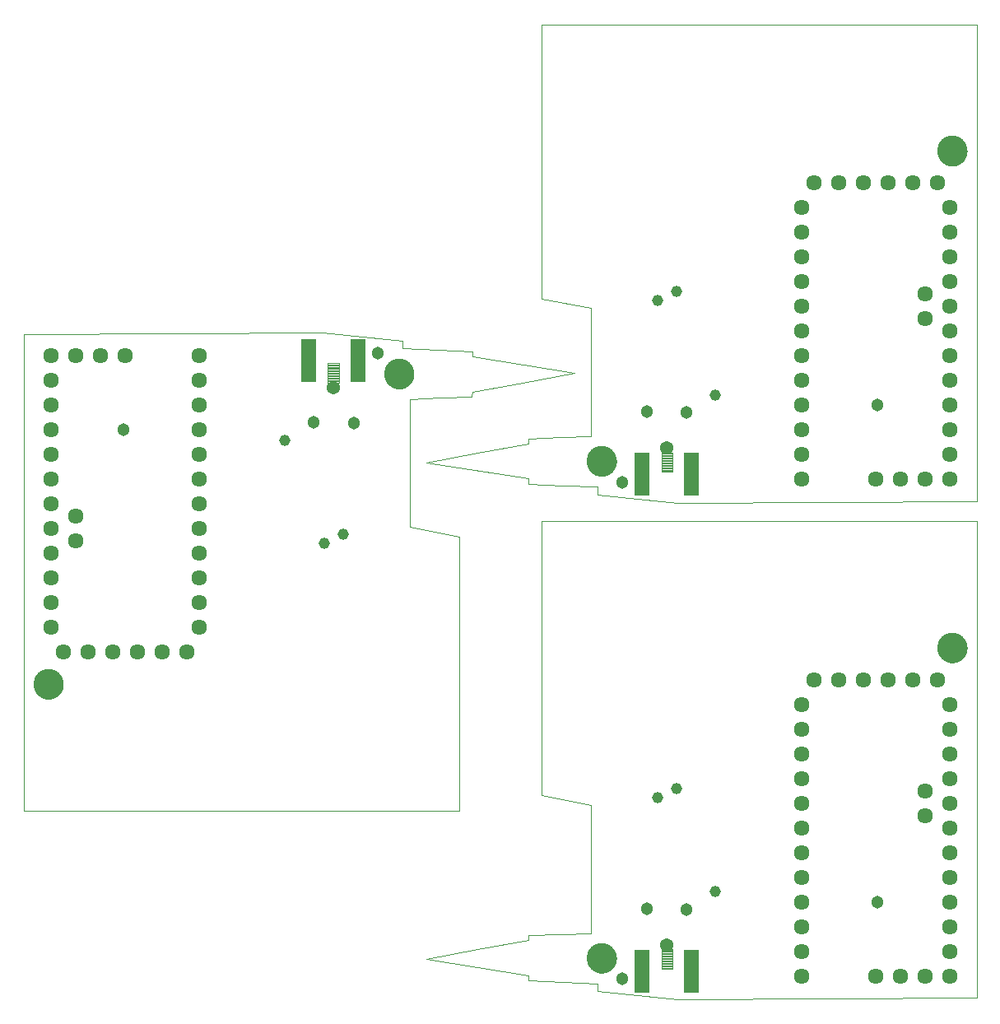
<source format=gbs>
%MOIN*%
%OFA0B0*%
%FSLAX25Y25*%
%IPPOS*%
%LPD*%
%AMOC8*
5,1,8,0,0,$1,22.5*%
%AMOC80*
5,1,8,0,0,$1,22.5*%
%AMOC81*
5,1,8,0,0,$1,202.5*%
%ADD10C,0*%
%ADD11C,0.12210999999999998*%
%ADD12C,0.06337*%
%ADD13C,0.054*%
%ADD14C,0.0049*%
%ADD15R,0.064X0.17399999999999996*%
%ADD16C,0.05124*%
%ADD17C,0.04534*%
%ADD28C,0*%
%ADD29C,0.12210999999999998*%
%ADD30C,0.06337*%
%ADD31C,0.054*%
%ADD32C,0.0049*%
%ADD33R,0.064X0.17399999999999996*%
%ADD34C,0.05124*%
%ADD35C,0.04534*%
%ADD36C,0*%
%ADD37C,0.12210999999999998*%
%ADD38C,0.06337*%
%ADD39C,0.054*%
%ADD40C,0.0049*%
%ADD41R,0.064X0.17399999999999996*%
%ADD42C,0.05124*%
%ADD43C,0.04534*%
G75*
D10*
X0170811Y0216923D02*
X0191645Y0220881D01*
X0212144Y0224507D01*
X0212214Y0226340D01*
X0212284Y0226507D01*
X0225048Y0226993D01*
X0237478Y0227479D01*
X0237454Y0227473D02*
X0237479Y0253478D01*
X0237478Y0253451D02*
X0237478Y0279423D01*
X0217478Y0283173D01*
X0217478Y0394285D01*
X0393727Y0394285D01*
X0393727Y0201229D01*
X0333173Y0200882D01*
X0272617Y0200535D01*
X0240255Y0203907D01*
X0240255Y0207062D01*
X0226159Y0207618D01*
X0212061Y0208173D01*
X0212061Y0210395D01*
X0170811Y0216923D01*
X0235907Y0217338D02*
X0235909Y0217491D01*
X0235915Y0217645D01*
X0235924Y0217797D01*
X0235939Y0217950D01*
X0235957Y0218102D01*
X0235978Y0218254D01*
X0236004Y0218405D01*
X0236034Y0218556D01*
X0236068Y0218705D01*
X0236105Y0218854D01*
X0236146Y0219002D01*
X0236191Y0219148D01*
X0236240Y0219294D01*
X0236293Y0219438D01*
X0236349Y0219580D01*
X0236409Y0219721D01*
X0236473Y0219861D01*
X0236540Y0219999D01*
X0236611Y0220135D01*
X0236686Y0220269D01*
X0236763Y0220400D01*
X0236845Y0220531D01*
X0236929Y0220658D01*
X0237017Y0220785D01*
X0237108Y0220908D01*
X0237202Y0221029D01*
X0237300Y0221146D01*
X0237400Y0221263D01*
X0237503Y0221376D01*
X0237610Y0221487D01*
X0237719Y0221595D01*
X0237831Y0221700D01*
X0237944Y0221801D01*
X0238063Y0221900D01*
X0238181Y0221996D01*
X0238303Y0222088D01*
X0238429Y0222178D01*
X0238556Y0222264D01*
X0238685Y0222346D01*
X0238816Y0222427D01*
X0238949Y0222502D01*
X0239083Y0222576D01*
X0239221Y0222644D01*
X0239360Y0222710D01*
X0239500Y0222772D01*
X0239642Y0222830D01*
X0239785Y0222885D01*
X0239930Y0222935D01*
X0240076Y0222983D01*
X0240223Y0223026D01*
X0240370Y0223064D01*
X0240519Y0223101D01*
X0240669Y0223132D01*
X0240821Y0223159D01*
X0240972Y0223184D01*
X0241125Y0223204D01*
X0241277Y0223220D01*
X0241430Y0223232D01*
X0241583Y0223240D01*
X0241736Y0223244D01*
X0241889Y0223244D01*
X0242043Y0223240D01*
X0242196Y0223232D01*
X0242349Y0223220D01*
X0242501Y0223204D01*
X0242654Y0223184D01*
X0242804Y0223159D01*
X0242956Y0223132D01*
X0243106Y0223101D01*
X0243255Y0223064D01*
X0243403Y0223026D01*
X0243550Y0222983D01*
X0243696Y0222935D01*
X0243841Y0222885D01*
X0243983Y0222830D01*
X0244126Y0222772D01*
X0244266Y0222710D01*
X0244404Y0222644D01*
X0244542Y0222576D01*
X0244677Y0222502D01*
X0244810Y0222427D01*
X0244941Y0222346D01*
X0245070Y0222264D01*
X0245197Y0222178D01*
X0245322Y0222088D01*
X0245444Y0221996D01*
X0245563Y0221900D01*
X0245681Y0221801D01*
X0245795Y0221700D01*
X0245907Y0221595D01*
X0246016Y0221487D01*
X0246122Y0221376D01*
X0246226Y0221263D01*
X0246326Y0221146D01*
X0246424Y0221029D01*
X0246518Y0220908D01*
X0246609Y0220785D01*
X0246697Y0220658D01*
X0246781Y0220531D01*
X0246863Y0220400D01*
X0246939Y0220269D01*
X0247014Y0220135D01*
X0247086Y0219999D01*
X0247153Y0219861D01*
X0247217Y0219721D01*
X0247277Y0219580D01*
X0247332Y0219438D01*
X0247386Y0219294D01*
X0247434Y0219148D01*
X0247480Y0219002D01*
X0247521Y0218854D01*
X0247558Y0218705D01*
X0247592Y0218556D01*
X0247622Y0218405D01*
X0247647Y0218254D01*
X0247669Y0218102D01*
X0247687Y0217950D01*
X0247701Y0217797D01*
X0247711Y0217645D01*
X0247717Y0217491D01*
X0247718Y0217338D01*
X0247717Y0217185D01*
X0247711Y0217031D01*
X0247701Y0216878D01*
X0247687Y0216726D01*
X0247669Y0216573D01*
X0247647Y0216421D01*
X0247622Y0216271D01*
X0247592Y0216120D01*
X0247558Y0215970D01*
X0247521Y0215822D01*
X0247480Y0215674D01*
X0247434Y0215528D01*
X0247386Y0215382D01*
X0247332Y0215238D01*
X0247277Y0215096D01*
X0247217Y0214955D01*
X0247153Y0214814D01*
X0247086Y0214677D01*
X0247014Y0214541D01*
X0246939Y0214407D01*
X0246863Y0214275D01*
X0246781Y0214144D01*
X0246697Y0214017D01*
X0246609Y0213891D01*
X0246518Y0213768D01*
X0246424Y0213647D01*
X0246326Y0213529D01*
X0246226Y0213413D01*
X0246122Y0213300D01*
X0246016Y0213188D01*
X0245907Y0213081D01*
X0245795Y0212976D01*
X0245681Y0212875D01*
X0245563Y0212776D01*
X0245444Y0212679D01*
X0245322Y0212587D01*
X0245197Y0212498D01*
X0245070Y0212411D01*
X0244941Y0212329D01*
X0244810Y0212249D01*
X0244677Y0212173D01*
X0244542Y0212100D01*
X0244404Y0212031D01*
X0244266Y0211966D01*
X0244126Y0211904D01*
X0243983Y0211845D01*
X0243841Y0211791D01*
X0243696Y0211740D01*
X0243550Y0211693D01*
X0243403Y0211649D01*
X0243255Y0211611D01*
X0243106Y0211574D01*
X0242956Y0211544D01*
X0242804Y0211516D01*
X0242654Y0211492D01*
X0242501Y0211472D01*
X0242349Y0211456D01*
X0242196Y0211444D01*
X0242043Y0211436D01*
X0241889Y0211432D01*
X0241736Y0211432D01*
X0241583Y0211436D01*
X0241430Y0211444D01*
X0241277Y0211456D01*
X0241125Y0211472D01*
X0240972Y0211492D01*
X0240821Y0211516D01*
X0240669Y0211544D01*
X0240519Y0211574D01*
X0240370Y0211611D01*
X0240223Y0211649D01*
X0240076Y0211693D01*
X0239930Y0211740D01*
X0239785Y0211791D01*
X0239642Y0211845D01*
X0239500Y0211904D01*
X0239360Y0211966D01*
X0239221Y0212031D01*
X0239083Y0212100D01*
X0238949Y0212173D01*
X0238816Y0212249D01*
X0238685Y0212329D01*
X0238556Y0212411D01*
X0238429Y0212498D01*
X0238303Y0212587D01*
X0238181Y0212679D01*
X0238063Y0212776D01*
X0237944Y0212875D01*
X0237831Y0212976D01*
X0237719Y0213081D01*
X0237610Y0213188D01*
X0237503Y0213300D01*
X0237400Y0213413D01*
X0237300Y0213529D01*
X0237202Y0213647D01*
X0237108Y0213768D01*
X0237017Y0213891D01*
X0236929Y0214017D01*
X0236845Y0214144D01*
X0236763Y0214275D01*
X0236686Y0214407D01*
X0236611Y0214541D01*
X0236540Y0214677D01*
X0236473Y0214814D01*
X0236409Y0214955D01*
X0236349Y0215096D01*
X0236293Y0215238D01*
X0236240Y0215382D01*
X0236191Y0215528D01*
X0236146Y0215674D01*
X0236105Y0215822D01*
X0236068Y0215970D01*
X0236034Y0216120D01*
X0236004Y0216271D01*
X0235978Y0216421D01*
X0235957Y0216573D01*
X0235939Y0216726D01*
X0235924Y0216878D01*
X0235915Y0217031D01*
X0235909Y0217185D01*
X0235907Y0217338D01*
X0377893Y0342992D02*
X0377895Y0343145D01*
X0377901Y0343299D01*
X0377911Y0343452D01*
X0377925Y0343604D01*
X0377942Y0343757D01*
X0377965Y0343908D01*
X0377990Y0344058D01*
X0378020Y0344210D01*
X0378054Y0344360D01*
X0378091Y0344508D01*
X0378132Y0344656D01*
X0378177Y0344802D01*
X0378226Y0344948D01*
X0378279Y0345092D01*
X0378335Y0345234D01*
X0378394Y0345375D01*
X0378459Y0345515D01*
X0378526Y0345652D01*
X0378597Y0345789D01*
X0378671Y0345923D01*
X0378748Y0346055D01*
X0378831Y0346185D01*
X0378915Y0346313D01*
X0379003Y0346439D01*
X0379094Y0346562D01*
X0379188Y0346683D01*
X0379286Y0346801D01*
X0379386Y0346917D01*
X0379490Y0347030D01*
X0379596Y0347141D01*
X0379705Y0347249D01*
X0379816Y0347354D01*
X0379931Y0347455D01*
X0380049Y0347554D01*
X0380168Y0347650D01*
X0380290Y0347742D01*
X0380415Y0347832D01*
X0380542Y0347919D01*
X0380671Y0348001D01*
X0380801Y0348081D01*
X0380935Y0348157D01*
X0381070Y0348230D01*
X0381207Y0348299D01*
X0381346Y0348364D01*
X0381486Y0348426D01*
X0381628Y0348484D01*
X0381771Y0348539D01*
X0381916Y0348590D01*
X0382062Y0348637D01*
X0382209Y0348680D01*
X0382357Y0348719D01*
X0382506Y0348755D01*
X0382656Y0348785D01*
X0382807Y0348814D01*
X0382958Y0348838D01*
X0383111Y0348858D01*
X0383263Y0348874D01*
X0383416Y0348886D01*
X0383569Y0348894D01*
X0383722Y0348898D01*
X0383876Y0348898D01*
X0384029Y0348894D01*
X0384182Y0348886D01*
X0384335Y0348874D01*
X0384487Y0348858D01*
X0384640Y0348838D01*
X0384791Y0348814D01*
X0384942Y0348785D01*
X0385092Y0348755D01*
X0385241Y0348719D01*
X0385389Y0348680D01*
X0385536Y0348637D01*
X0385681Y0348590D01*
X0385827Y0348539D01*
X0385970Y0348484D01*
X0386112Y0348426D01*
X0386252Y0348364D01*
X0386391Y0348299D01*
X0386528Y0348230D01*
X0386662Y0348157D01*
X0386796Y0348081D01*
X0386927Y0348001D01*
X0387056Y0347919D01*
X0387183Y0347832D01*
X0387308Y0347742D01*
X0387430Y0347650D01*
X0387549Y0347554D01*
X0387667Y0347455D01*
X0387781Y0347354D01*
X0387893Y0347249D01*
X0388001Y0347141D01*
X0388108Y0347030D01*
X0388212Y0346917D01*
X0388311Y0346801D01*
X0388410Y0346683D01*
X0388504Y0346562D01*
X0388595Y0346439D01*
X0388683Y0346313D01*
X0388767Y0346185D01*
X0388849Y0346055D01*
X0388926Y0345923D01*
X0389001Y0345789D01*
X0389072Y0345652D01*
X0389139Y0345515D01*
X0389203Y0345375D01*
X0389263Y0345234D01*
X0389318Y0345092D01*
X0389372Y0344948D01*
X0389421Y0344802D01*
X0389466Y0344656D01*
X0389507Y0344508D01*
X0389544Y0344360D01*
X0389578Y0344210D01*
X0389608Y0344058D01*
X0389633Y0343908D01*
X0389655Y0343757D01*
X0389673Y0343604D01*
X0389687Y0343452D01*
X0389697Y0343299D01*
X0389703Y0343145D01*
X0389705Y0342992D01*
X0389703Y0342839D01*
X0389697Y0342685D01*
X0389687Y0342532D01*
X0389673Y0342380D01*
X0389655Y0342227D01*
X0389633Y0342076D01*
X0389608Y0341925D01*
X0389578Y0341774D01*
X0389544Y0341624D01*
X0389507Y0341476D01*
X0389466Y0341328D01*
X0389421Y0341182D01*
X0389372Y0341036D01*
X0389318Y0340892D01*
X0389263Y0340750D01*
X0389203Y0340609D01*
X0389139Y0340469D01*
X0389072Y0340331D01*
X0389001Y0340195D01*
X0388926Y0340061D01*
X0388849Y0339929D01*
X0388767Y0339799D01*
X0388683Y0339671D01*
X0388595Y0339545D01*
X0388504Y0339422D01*
X0388410Y0339301D01*
X0388311Y0339182D01*
X0388212Y0339067D01*
X0388108Y0338954D01*
X0388001Y0338843D01*
X0387893Y0338735D01*
X0387781Y0338630D01*
X0387667Y0338529D01*
X0387549Y0338430D01*
X0387430Y0338334D01*
X0387308Y0338241D01*
X0387183Y0338152D01*
X0387056Y0338065D01*
X0386927Y0337982D01*
X0386796Y0337903D01*
X0386662Y0337827D01*
X0386528Y0337754D01*
X0386391Y0337685D01*
X0386252Y0337620D01*
X0386112Y0337558D01*
X0385970Y0337500D01*
X0385827Y0337445D01*
X0385681Y0337394D01*
X0385536Y0337347D01*
X0385389Y0337304D01*
X0385241Y0337265D01*
X0385092Y0337229D01*
X0384942Y0337198D01*
X0384791Y0337170D01*
X0384640Y0337146D01*
X0384487Y0337126D01*
X0384335Y0337110D01*
X0384182Y0337098D01*
X0384029Y0337090D01*
X0383876Y0337086D01*
X0383722Y0337086D01*
X0383569Y0337090D01*
X0383416Y0337098D01*
X0383263Y0337110D01*
X0383111Y0337126D01*
X0382958Y0337146D01*
X0382807Y0337170D01*
X0382656Y0337198D01*
X0382506Y0337229D01*
X0382357Y0337265D01*
X0382209Y0337304D01*
X0382062Y0337347D01*
X0381916Y0337394D01*
X0381771Y0337445D01*
X0381628Y0337500D01*
X0381486Y0337558D01*
X0381346Y0337620D01*
X0381207Y0337685D01*
X0381070Y0337754D01*
X0380935Y0337827D01*
X0380801Y0337903D01*
X0380671Y0337982D01*
X0380542Y0338065D01*
X0380415Y0338152D01*
X0380290Y0338241D01*
X0380168Y0338334D01*
X0380049Y0338430D01*
X0379931Y0338529D01*
X0379816Y0338630D01*
X0379705Y0338735D01*
X0379596Y0338843D01*
X0379490Y0338954D01*
X0379386Y0339067D01*
X0379286Y0339182D01*
X0379188Y0339301D01*
X0379094Y0339422D01*
X0379003Y0339545D01*
X0378915Y0339671D01*
X0378831Y0339799D01*
X0378748Y0339929D01*
X0378671Y0340061D01*
X0378597Y0340195D01*
X0378526Y0340331D01*
X0378459Y0340469D01*
X0378394Y0340609D01*
X0378335Y0340750D01*
X0378279Y0340892D01*
X0378226Y0341036D01*
X0378177Y0341182D01*
X0378132Y0341328D01*
X0378091Y0341476D01*
X0378054Y0341624D01*
X0378020Y0341774D01*
X0377990Y0341925D01*
X0377965Y0342076D01*
X0377942Y0342227D01*
X0377925Y0342380D01*
X0377911Y0342532D01*
X0377901Y0342685D01*
X0377895Y0342839D01*
X0377893Y0342992D01*
D11*
X0383799Y0342992D03*
X0241813Y0217338D03*
D12*
X0322703Y0219987D03*
X0322703Y0209988D03*
X0322703Y0229988D03*
X0322703Y0239988D03*
X0322703Y0249988D03*
X0322703Y0259988D03*
X0322703Y0269988D03*
X0322703Y0279988D03*
X0322703Y0289987D03*
X0322703Y0299988D03*
X0322703Y0309988D03*
X0322703Y0319988D03*
X0327703Y0329987D03*
X0337703Y0329987D03*
X0347702Y0329987D03*
X0357703Y0329987D03*
X0367703Y0329987D03*
X0377703Y0329987D03*
X0382703Y0319988D03*
X0382703Y0309988D03*
X0382703Y0299988D03*
X0382703Y0289987D03*
X0372703Y0284988D03*
X0372703Y0274988D03*
X0382703Y0269988D03*
X0382703Y0259988D03*
X0382703Y0249988D03*
X0382703Y0239988D03*
X0382703Y0229988D03*
X0382703Y0219987D03*
X0382703Y0209988D03*
X0372703Y0209988D03*
X0362703Y0209988D03*
X0352702Y0209988D03*
X0382703Y0279988D03*
D13*
X0268355Y0222807D03*
D14*
X0266150Y0220891D02*
X0266150Y0212981D01*
X0266150Y0220891D02*
X0270560Y0220891D01*
X0270560Y0212981D01*
X0266150Y0212981D01*
X0266150Y0213470D02*
X0270560Y0213470D01*
X0270560Y0213959D02*
X0266150Y0213959D01*
X0266150Y0214448D02*
X0270560Y0214448D01*
X0270560Y0214936D02*
X0266150Y0214936D01*
X0266150Y0215425D02*
X0270560Y0215425D01*
X0270560Y0215915D02*
X0266150Y0215915D01*
X0266150Y0216404D02*
X0270560Y0216404D01*
X0270560Y0216893D02*
X0266150Y0216893D01*
X0266150Y0217382D02*
X0270560Y0217382D01*
X0270560Y0217871D02*
X0266150Y0217871D01*
X0266150Y0218360D02*
X0270560Y0218360D01*
X0270560Y0218848D02*
X0266150Y0218848D01*
X0266150Y0219338D02*
X0270560Y0219338D01*
X0270560Y0219827D02*
X0266150Y0219827D01*
X0266150Y0220316D02*
X0270560Y0220316D01*
X0270560Y0220805D02*
X0266150Y0220805D01*
D15*
X0258355Y0212056D03*
X0278355Y0212056D03*
D16*
X0276342Y0237015D03*
X0260173Y0237347D03*
X0250337Y0208842D03*
X0353408Y0240063D03*
D17*
X0287954Y0244176D03*
X0264478Y0282331D03*
X0272144Y0285998D03*
G04 next file*
G75*
D28*
X0170811Y0015742D02*
X0191645Y0019700D01*
X0212144Y0023326D01*
X0212214Y0025158D01*
X0212284Y0025326D01*
X0225048Y0025812D01*
X0237478Y0026298D01*
X0237454Y0026292D02*
X0237479Y0052297D01*
X0237478Y0052270D02*
X0237478Y0078242D01*
X0217478Y0081992D01*
X0217478Y0193104D01*
X0393727Y0193104D01*
X0393727Y0000048D01*
X0333173Y-0000298D01*
X0272617Y-0000645D01*
X0240255Y0002726D01*
X0240255Y0005881D01*
X0226159Y0006437D01*
X0212061Y0006992D01*
X0212061Y0009215D01*
X0170811Y0015742D01*
X0235907Y0016157D02*
X0235909Y0016310D01*
X0235915Y0016464D01*
X0235924Y0016617D01*
X0235939Y0016769D01*
X0235957Y0016922D01*
X0235978Y0017073D01*
X0236004Y0017224D01*
X0236034Y0017375D01*
X0236068Y0017525D01*
X0236105Y0017673D01*
X0236146Y0017821D01*
X0236191Y0017967D01*
X0236240Y0018113D01*
X0236293Y0018257D01*
X0236349Y0018399D01*
X0236409Y0018540D01*
X0236473Y0018679D01*
X0236540Y0018818D01*
X0236611Y0018954D01*
X0236686Y0019088D01*
X0236763Y0019220D01*
X0236845Y0019350D01*
X0236929Y0019478D01*
X0237017Y0019604D01*
X0237108Y0019727D01*
X0237202Y0019848D01*
X0237300Y0019966D01*
X0237400Y0020082D01*
X0237503Y0020194D01*
X0237610Y0020305D01*
X0237719Y0020414D01*
X0237831Y0020519D01*
X0237944Y0020620D01*
X0238063Y0020719D01*
X0238181Y0020815D01*
X0238303Y0020908D01*
X0238429Y0020997D01*
X0238556Y0021084D01*
X0238685Y0021166D01*
X0238816Y0021246D01*
X0238949Y0021321D01*
X0239083Y0021395D01*
X0239221Y0021464D01*
X0239360Y0021529D01*
X0239500Y0021590D01*
X0239642Y0021649D01*
X0239785Y0021704D01*
X0239930Y0021755D01*
X0240076Y0021802D01*
X0240223Y0021845D01*
X0240370Y0021884D01*
X0240519Y0021920D01*
X0240669Y0021951D01*
X0240821Y0021979D01*
X0240972Y0022003D01*
X0241125Y0022022D01*
X0241277Y0022039D01*
X0241430Y0022051D01*
X0241583Y0022059D01*
X0241736Y0022063D01*
X0241889Y0022063D01*
X0242043Y0022059D01*
X0242196Y0022051D01*
X0242349Y0022039D01*
X0242501Y0022022D01*
X0242654Y0022003D01*
X0242804Y0021979D01*
X0242956Y0021951D01*
X0243106Y0021920D01*
X0243255Y0021884D01*
X0243403Y0021845D01*
X0243550Y0021802D01*
X0243696Y0021755D01*
X0243841Y0021704D01*
X0243983Y0021649D01*
X0244126Y0021590D01*
X0244266Y0021529D01*
X0244404Y0021464D01*
X0244542Y0021395D01*
X0244677Y0021321D01*
X0244810Y0021246D01*
X0244941Y0021166D01*
X0245070Y0021084D01*
X0245197Y0020997D01*
X0245322Y0020908D01*
X0245444Y0020815D01*
X0245563Y0020719D01*
X0245681Y0020620D01*
X0245795Y0020519D01*
X0245907Y0020414D01*
X0246016Y0020305D01*
X0246122Y0020194D01*
X0246226Y0020082D01*
X0246326Y0019966D01*
X0246424Y0019848D01*
X0246518Y0019727D01*
X0246609Y0019604D01*
X0246697Y0019478D01*
X0246781Y0019350D01*
X0246863Y0019220D01*
X0246939Y0019088D01*
X0247014Y0018954D01*
X0247086Y0018818D01*
X0247153Y0018679D01*
X0247217Y0018540D01*
X0247277Y0018399D01*
X0247332Y0018257D01*
X0247386Y0018113D01*
X0247434Y0017967D01*
X0247480Y0017821D01*
X0247521Y0017673D01*
X0247558Y0017525D01*
X0247592Y0017375D01*
X0247622Y0017224D01*
X0247647Y0017073D01*
X0247669Y0016922D01*
X0247687Y0016769D01*
X0247701Y0016617D01*
X0247711Y0016464D01*
X0247717Y0016310D01*
X0247718Y0016157D01*
X0247717Y0016003D01*
X0247711Y0015850D01*
X0247701Y0015697D01*
X0247687Y0015545D01*
X0247669Y0015392D01*
X0247647Y0015240D01*
X0247622Y0015090D01*
X0247592Y0014939D01*
X0247558Y0014789D01*
X0247521Y0014641D01*
X0247480Y0014493D01*
X0247434Y0014346D01*
X0247386Y0014201D01*
X0247332Y0014057D01*
X0247277Y0013915D01*
X0247217Y0013774D01*
X0247153Y0013633D01*
X0247086Y0013496D01*
X0247014Y0013360D01*
X0246939Y0013225D01*
X0246863Y0013094D01*
X0246781Y0012964D01*
X0246697Y0012836D01*
X0246609Y0012709D01*
X0246518Y0012587D01*
X0246424Y0012466D01*
X0246326Y0012348D01*
X0246226Y0012232D01*
X0246122Y0012119D01*
X0246016Y0012008D01*
X0245907Y0011900D01*
X0245795Y0011795D01*
X0245681Y0011693D01*
X0245563Y0011595D01*
X0245444Y0011499D01*
X0245322Y0011406D01*
X0245197Y0011317D01*
X0245070Y0011230D01*
X0244941Y0011148D01*
X0244810Y0011068D01*
X0244677Y0010992D01*
X0244542Y0010919D01*
X0244404Y0010850D01*
X0244266Y0010785D01*
X0244126Y0010723D01*
X0243983Y0010665D01*
X0243841Y0010610D01*
X0243696Y0010559D01*
X0243550Y0010512D01*
X0243403Y0010469D01*
X0243255Y0010430D01*
X0243106Y0010394D01*
X0242956Y0010363D01*
X0242804Y0010335D01*
X0242654Y0010311D01*
X0242501Y0010291D01*
X0242349Y0010275D01*
X0242196Y0010262D01*
X0242043Y0010255D01*
X0241889Y0010251D01*
X0241736Y0010251D01*
X0241583Y0010255D01*
X0241430Y0010262D01*
X0241277Y0010275D01*
X0241125Y0010291D01*
X0240972Y0010311D01*
X0240821Y0010335D01*
X0240669Y0010363D01*
X0240519Y0010394D01*
X0240370Y0010430D01*
X0240223Y0010469D01*
X0240076Y0010512D01*
X0239930Y0010559D01*
X0239785Y0010610D01*
X0239642Y0010665D01*
X0239500Y0010723D01*
X0239360Y0010785D01*
X0239221Y0010850D01*
X0239083Y0010919D01*
X0238949Y0010992D01*
X0238816Y0011068D01*
X0238685Y0011148D01*
X0238556Y0011230D01*
X0238429Y0011317D01*
X0238303Y0011406D01*
X0238181Y0011499D01*
X0238063Y0011595D01*
X0237944Y0011693D01*
X0237831Y0011795D01*
X0237719Y0011900D01*
X0237610Y0012008D01*
X0237503Y0012119D01*
X0237400Y0012232D01*
X0237300Y0012348D01*
X0237202Y0012466D01*
X0237108Y0012587D01*
X0237017Y0012709D01*
X0236929Y0012836D01*
X0236845Y0012964D01*
X0236763Y0013094D01*
X0236686Y0013225D01*
X0236611Y0013360D01*
X0236540Y0013496D01*
X0236473Y0013633D01*
X0236409Y0013774D01*
X0236349Y0013915D01*
X0236293Y0014057D01*
X0236240Y0014201D01*
X0236191Y0014346D01*
X0236146Y0014493D01*
X0236105Y0014641D01*
X0236068Y0014789D01*
X0236034Y0014939D01*
X0236004Y0015090D01*
X0235978Y0015240D01*
X0235957Y0015392D01*
X0235939Y0015545D01*
X0235924Y0015697D01*
X0235915Y0015850D01*
X0235909Y0016003D01*
X0235907Y0016157D01*
X0377893Y0141811D02*
X0377895Y0141964D01*
X0377901Y0142118D01*
X0377911Y0142271D01*
X0377925Y0142423D01*
X0377942Y0142576D01*
X0377965Y0142727D01*
X0377990Y0142878D01*
X0378020Y0143029D01*
X0378054Y0143179D01*
X0378091Y0143327D01*
X0378132Y0143475D01*
X0378177Y0143621D01*
X0378226Y0143767D01*
X0378279Y0143911D01*
X0378335Y0144053D01*
X0378394Y0144194D01*
X0378459Y0144333D01*
X0378526Y0144472D01*
X0378597Y0144608D01*
X0378671Y0144742D01*
X0378748Y0144874D01*
X0378831Y0145004D01*
X0378915Y0145132D01*
X0379003Y0145258D01*
X0379094Y0145381D01*
X0379188Y0145502D01*
X0379286Y0145620D01*
X0379386Y0145736D01*
X0379490Y0145849D01*
X0379596Y0145960D01*
X0379705Y0146067D01*
X0379816Y0146173D01*
X0379931Y0146273D01*
X0380049Y0146373D01*
X0380168Y0146469D01*
X0380290Y0146562D01*
X0380415Y0146651D01*
X0380542Y0146738D01*
X0380671Y0146820D01*
X0380801Y0146900D01*
X0380935Y0146976D01*
X0381070Y0147049D01*
X0381207Y0147118D01*
X0381346Y0147183D01*
X0381486Y0147245D01*
X0381628Y0147303D01*
X0381771Y0147358D01*
X0381916Y0147409D01*
X0382062Y0147456D01*
X0382209Y0147499D01*
X0382357Y0147538D01*
X0382506Y0147574D01*
X0382656Y0147605D01*
X0382807Y0147633D01*
X0382958Y0147657D01*
X0383111Y0147677D01*
X0383263Y0147693D01*
X0383416Y0147705D01*
X0383569Y0147713D01*
X0383722Y0147717D01*
X0383876Y0147717D01*
X0384029Y0147713D01*
X0384182Y0147705D01*
X0384335Y0147693D01*
X0384487Y0147677D01*
X0384640Y0147657D01*
X0384791Y0147633D01*
X0384942Y0147605D01*
X0385092Y0147574D01*
X0385241Y0147538D01*
X0385389Y0147499D01*
X0385536Y0147456D01*
X0385681Y0147409D01*
X0385827Y0147358D01*
X0385970Y0147303D01*
X0386112Y0147245D01*
X0386252Y0147183D01*
X0386391Y0147118D01*
X0386528Y0147049D01*
X0386662Y0146976D01*
X0386796Y0146900D01*
X0386927Y0146820D01*
X0387056Y0146738D01*
X0387183Y0146651D01*
X0387308Y0146562D01*
X0387430Y0146469D01*
X0387549Y0146373D01*
X0387667Y0146273D01*
X0387781Y0146173D01*
X0387893Y0146067D01*
X0388001Y0145960D01*
X0388108Y0145849D01*
X0388212Y0145736D01*
X0388311Y0145620D01*
X0388410Y0145502D01*
X0388504Y0145381D01*
X0388595Y0145258D01*
X0388683Y0145132D01*
X0388767Y0145004D01*
X0388849Y0144874D01*
X0388926Y0144742D01*
X0389001Y0144608D01*
X0389072Y0144472D01*
X0389139Y0144333D01*
X0389203Y0144194D01*
X0389263Y0144053D01*
X0389318Y0143911D01*
X0389372Y0143767D01*
X0389421Y0143621D01*
X0389466Y0143475D01*
X0389507Y0143327D01*
X0389544Y0143179D01*
X0389578Y0143029D01*
X0389608Y0142878D01*
X0389633Y0142727D01*
X0389655Y0142576D01*
X0389673Y0142423D01*
X0389687Y0142271D01*
X0389697Y0142118D01*
X0389703Y0141964D01*
X0389705Y0141811D01*
X0389703Y0141658D01*
X0389697Y0141504D01*
X0389687Y0141351D01*
X0389673Y0141199D01*
X0389655Y0141046D01*
X0389633Y0140895D01*
X0389608Y0140744D01*
X0389578Y0140593D01*
X0389544Y0140443D01*
X0389507Y0140295D01*
X0389466Y0140147D01*
X0389421Y0140001D01*
X0389372Y0139855D01*
X0389318Y0139710D01*
X0389263Y0139569D01*
X0389203Y0139428D01*
X0389139Y0139288D01*
X0389072Y0139150D01*
X0389001Y0139014D01*
X0388926Y0138880D01*
X0388849Y0138747D01*
X0388767Y0138618D01*
X0388683Y0138490D01*
X0388595Y0138364D01*
X0388504Y0138241D01*
X0388410Y0138120D01*
X0388311Y0138002D01*
X0388212Y0137886D01*
X0388108Y0137773D01*
X0388001Y0137662D01*
X0387893Y0137554D01*
X0387781Y0137449D01*
X0387667Y0137348D01*
X0387549Y0137249D01*
X0387430Y0137153D01*
X0387308Y0137060D01*
X0387183Y0136971D01*
X0387056Y0136884D01*
X0386927Y0136802D01*
X0386796Y0136722D01*
X0386662Y0136646D01*
X0386528Y0136573D01*
X0386391Y0136504D01*
X0386252Y0136439D01*
X0386112Y0136377D01*
X0385970Y0136319D01*
X0385827Y0136264D01*
X0385681Y0136213D01*
X0385536Y0136166D01*
X0385389Y0136123D01*
X0385241Y0136084D01*
X0385092Y0136048D01*
X0384942Y0136017D01*
X0384791Y0135989D01*
X0384640Y0135965D01*
X0384487Y0135945D01*
X0384335Y0135929D01*
X0384182Y0135917D01*
X0384029Y0135909D01*
X0383876Y0135905D01*
X0383722Y0135905D01*
X0383569Y0135909D01*
X0383416Y0135917D01*
X0383263Y0135929D01*
X0383111Y0135945D01*
X0382958Y0135965D01*
X0382807Y0135989D01*
X0382656Y0136017D01*
X0382506Y0136048D01*
X0382357Y0136084D01*
X0382209Y0136123D01*
X0382062Y0136166D01*
X0381916Y0136213D01*
X0381771Y0136264D01*
X0381628Y0136319D01*
X0381486Y0136377D01*
X0381346Y0136439D01*
X0381207Y0136504D01*
X0381070Y0136573D01*
X0380935Y0136646D01*
X0380801Y0136722D01*
X0380671Y0136802D01*
X0380542Y0136884D01*
X0380415Y0136971D01*
X0380290Y0137060D01*
X0380168Y0137153D01*
X0380049Y0137249D01*
X0379931Y0137348D01*
X0379816Y0137449D01*
X0379705Y0137554D01*
X0379596Y0137662D01*
X0379490Y0137773D01*
X0379386Y0137886D01*
X0379286Y0138002D01*
X0379188Y0138120D01*
X0379094Y0138241D01*
X0379003Y0138364D01*
X0378915Y0138490D01*
X0378831Y0138618D01*
X0378748Y0138747D01*
X0378671Y0138880D01*
X0378597Y0139014D01*
X0378526Y0139150D01*
X0378459Y0139288D01*
X0378394Y0139428D01*
X0378335Y0139569D01*
X0378279Y0139710D01*
X0378226Y0139855D01*
X0378177Y0140001D01*
X0378132Y0140147D01*
X0378091Y0140295D01*
X0378054Y0140443D01*
X0378020Y0140593D01*
X0377990Y0140744D01*
X0377965Y0140895D01*
X0377942Y0141046D01*
X0377925Y0141199D01*
X0377911Y0141351D01*
X0377901Y0141504D01*
X0377895Y0141658D01*
X0377893Y0141811D01*
D29*
X0383799Y0141811D03*
X0241813Y0016157D03*
D30*
X0322703Y0018807D03*
X0322703Y0008807D03*
X0322703Y0028807D03*
X0322703Y0038807D03*
X0322703Y0048807D03*
X0322703Y0058807D03*
X0322703Y0068807D03*
X0322703Y0078807D03*
X0322703Y0088807D03*
X0322703Y0098807D03*
X0322703Y0108807D03*
X0322703Y0118807D03*
X0327703Y0128807D03*
X0337703Y0128807D03*
X0347702Y0128807D03*
X0357703Y0128807D03*
X0367703Y0128807D03*
X0377703Y0128807D03*
X0382703Y0118807D03*
X0382703Y0108807D03*
X0382703Y0098807D03*
X0382703Y0088807D03*
X0372703Y0083807D03*
X0372703Y0073807D03*
X0382703Y0068807D03*
X0382703Y0058807D03*
X0382703Y0048807D03*
X0382703Y0038807D03*
X0382703Y0028807D03*
X0382703Y0018807D03*
X0382703Y0008807D03*
X0372703Y0008807D03*
X0362703Y0008807D03*
X0352702Y0008807D03*
X0382703Y0078807D03*
D31*
X0268355Y0021626D03*
D32*
X0266150Y0019710D02*
X0266150Y0011800D01*
X0266150Y0019710D02*
X0270560Y0019710D01*
X0270560Y0011800D01*
X0266150Y0011800D01*
X0266150Y0012289D02*
X0270560Y0012289D01*
X0270560Y0012778D02*
X0266150Y0012778D01*
X0266150Y0013267D02*
X0270560Y0013267D01*
X0270560Y0013755D02*
X0266150Y0013755D01*
X0266150Y0014245D02*
X0270560Y0014245D01*
X0270560Y0014734D02*
X0266150Y0014734D01*
X0266150Y0015223D02*
X0270560Y0015223D01*
X0270560Y0015712D02*
X0266150Y0015712D01*
X0266150Y0016200D02*
X0270560Y0016200D01*
X0270560Y0016690D02*
X0266150Y0016690D01*
X0266150Y0017179D02*
X0270560Y0017179D01*
X0270560Y0017668D02*
X0266150Y0017668D01*
X0266150Y0018157D02*
X0270560Y0018157D01*
X0270560Y0018646D02*
X0266150Y0018646D01*
X0266150Y0019134D02*
X0270560Y0019134D01*
X0270560Y0019624D02*
X0266150Y0019624D01*
D33*
X0258355Y0010876D03*
X0278355Y0010876D03*
D34*
X0276342Y0035834D03*
X0260173Y0036167D03*
X0250337Y0007661D03*
X0353408Y0038882D03*
D35*
X0287954Y0042995D03*
X0264478Y0081150D03*
X0272144Y0084817D03*
G04 next file*
G75*
D36*
X0230763Y0253155D02*
X0209929Y0249196D01*
X0189429Y0245570D01*
X0189360Y0243738D01*
X0189290Y0243570D01*
X0176526Y0243085D01*
X0164096Y0242599D01*
X0164120Y0242605D02*
X0164095Y0216600D01*
X0164096Y0216627D02*
X0164096Y0190655D01*
X0184096Y0186905D01*
X0184096Y0075793D01*
X0007846Y0075793D01*
X0007846Y0268849D01*
X0068401Y0269196D01*
X0128956Y0269543D01*
X0161318Y0266171D01*
X0161318Y0263016D01*
X0175415Y0262460D01*
X0189512Y0261905D01*
X0189512Y0259682D01*
X0230763Y0253155D01*
X0165667Y0252740D02*
X0165664Y0252586D01*
X0165659Y0252433D01*
X0165649Y0252280D01*
X0165635Y0252128D01*
X0165617Y0251975D01*
X0165595Y0251824D01*
X0165570Y0251673D01*
X0165540Y0251521D01*
X0165506Y0251372D01*
X0165469Y0251223D01*
X0165427Y0251076D01*
X0165383Y0250930D01*
X0165334Y0250783D01*
X0165281Y0250640D01*
X0165225Y0250498D01*
X0165165Y0250356D01*
X0165101Y0250217D01*
X0165033Y0250078D01*
X0164963Y0249942D01*
X0164887Y0249809D01*
X0164811Y0249677D01*
X0164729Y0249547D01*
X0164645Y0249419D01*
X0164557Y0249293D01*
X0164466Y0249169D01*
X0164372Y0249049D01*
X0164274Y0248931D01*
X0164174Y0248815D01*
X0164070Y0248701D01*
X0163964Y0248591D01*
X0163855Y0248483D01*
X0163743Y0248378D01*
X0163629Y0248277D01*
X0163511Y0248178D01*
X0163392Y0248082D01*
X0163270Y0247989D01*
X0163144Y0247900D01*
X0163018Y0247813D01*
X0162889Y0247731D01*
X0162758Y0247651D01*
X0162624Y0247575D01*
X0162490Y0247502D01*
X0162353Y0247433D01*
X0162214Y0247368D01*
X0162074Y0247305D01*
X0161932Y0247248D01*
X0161789Y0247193D01*
X0161644Y0247142D01*
X0161498Y0247095D01*
X0161351Y0247052D01*
X0161203Y0247013D01*
X0161054Y0246977D01*
X0160904Y0246946D01*
X0160753Y0246918D01*
X0160602Y0246894D01*
X0160449Y0246874D01*
X0160297Y0246858D01*
X0160144Y0246846D01*
X0159991Y0246837D01*
X0159838Y0246834D01*
X0159684Y0246834D01*
X0159531Y0246837D01*
X0159378Y0246846D01*
X0159225Y0246858D01*
X0159073Y0246874D01*
X0158920Y0246894D01*
X0158769Y0246918D01*
X0158618Y0246946D01*
X0158468Y0246977D01*
X0158319Y0247013D01*
X0158171Y0247052D01*
X0158024Y0247095D01*
X0157878Y0247142D01*
X0157733Y0247193D01*
X0157590Y0247248D01*
X0157448Y0247305D01*
X0157308Y0247368D01*
X0157169Y0247433D01*
X0157032Y0247502D01*
X0156896Y0247575D01*
X0156764Y0247651D01*
X0156633Y0247731D01*
X0156504Y0247813D01*
X0156377Y0247900D01*
X0156252Y0247989D01*
X0156130Y0248082D01*
X0156011Y0248178D01*
X0155893Y0248277D01*
X0155778Y0248378D01*
X0155667Y0248483D01*
X0155558Y0248591D01*
X0155452Y0248701D01*
X0155348Y0248815D01*
X0155248Y0248931D01*
X0155150Y0249049D01*
X0155056Y0249169D01*
X0154965Y0249293D01*
X0154877Y0249419D01*
X0154793Y0249547D01*
X0154711Y0249677D01*
X0154634Y0249809D01*
X0154558Y0249942D01*
X0154487Y0250078D01*
X0154421Y0250217D01*
X0154357Y0250356D01*
X0154297Y0250498D01*
X0154241Y0250640D01*
X0154188Y0250783D01*
X0154139Y0250930D01*
X0154093Y0251076D01*
X0154053Y0251223D01*
X0154016Y0251372D01*
X0153982Y0251521D01*
X0153952Y0251673D01*
X0153927Y0251824D01*
X0153905Y0251975D01*
X0153887Y0252128D01*
X0153873Y0252280D01*
X0153863Y0252433D01*
X0153856Y0252586D01*
X0153855Y0252740D01*
X0153856Y0252893D01*
X0153863Y0253047D01*
X0153873Y0253200D01*
X0153887Y0253352D01*
X0153905Y0253505D01*
X0153927Y0253656D01*
X0153952Y0253806D01*
X0153982Y0253958D01*
X0154016Y0254108D01*
X0154053Y0254256D01*
X0154093Y0254404D01*
X0154139Y0254550D01*
X0154188Y0254696D01*
X0154241Y0254840D01*
X0154297Y0254982D01*
X0154357Y0255122D01*
X0154421Y0255263D01*
X0154487Y0255401D01*
X0154558Y0255537D01*
X0154634Y0255670D01*
X0154711Y0255803D01*
X0154793Y0255933D01*
X0154877Y0256061D01*
X0154965Y0256187D01*
X0155056Y0256310D01*
X0155150Y0256431D01*
X0155248Y0256549D01*
X0155348Y0256665D01*
X0155452Y0256778D01*
X0155558Y0256888D01*
X0155667Y0256997D01*
X0155778Y0257102D01*
X0155893Y0257202D01*
X0156011Y0257302D01*
X0156130Y0257398D01*
X0156252Y0257491D01*
X0156377Y0257580D01*
X0156504Y0257667D01*
X0156633Y0257749D01*
X0156764Y0257829D01*
X0156896Y0257905D01*
X0157032Y0257978D01*
X0157169Y0258047D01*
X0157308Y0258112D01*
X0157448Y0258174D01*
X0157590Y0258232D01*
X0157733Y0258287D01*
X0157878Y0258338D01*
X0158024Y0258385D01*
X0158171Y0258427D01*
X0158319Y0258467D01*
X0158468Y0258503D01*
X0158618Y0258534D01*
X0158769Y0258562D01*
X0158920Y0258585D01*
X0159073Y0258605D01*
X0159225Y0258622D01*
X0159378Y0258634D01*
X0159531Y0258642D01*
X0159684Y0258646D01*
X0159838Y0258646D01*
X0159991Y0258642D01*
X0160144Y0258634D01*
X0160297Y0258622D01*
X0160449Y0258605D01*
X0160602Y0258585D01*
X0160753Y0258562D01*
X0160904Y0258534D01*
X0161054Y0258503D01*
X0161203Y0258467D01*
X0161351Y0258427D01*
X0161498Y0258385D01*
X0161644Y0258338D01*
X0161789Y0258287D01*
X0161932Y0258232D01*
X0162074Y0258174D01*
X0162214Y0258112D01*
X0162353Y0258047D01*
X0162490Y0257978D01*
X0162624Y0257905D01*
X0162758Y0257829D01*
X0162889Y0257749D01*
X0163018Y0257667D01*
X0163144Y0257580D01*
X0163270Y0257491D01*
X0163392Y0257398D01*
X0163511Y0257302D01*
X0163629Y0257202D01*
X0163743Y0257102D01*
X0163855Y0256997D01*
X0163964Y0256888D01*
X0164070Y0256778D01*
X0164174Y0256665D01*
X0164274Y0256549D01*
X0164372Y0256431D01*
X0164466Y0256310D01*
X0164557Y0256187D01*
X0164645Y0256061D01*
X0164729Y0255933D01*
X0164811Y0255803D01*
X0164887Y0255670D01*
X0164963Y0255537D01*
X0165033Y0255401D01*
X0165101Y0255263D01*
X0165165Y0255122D01*
X0165225Y0254982D01*
X0165281Y0254840D01*
X0165334Y0254696D01*
X0165383Y0254550D01*
X0165427Y0254404D01*
X0165469Y0254256D01*
X0165506Y0254108D01*
X0165540Y0253958D01*
X0165570Y0253806D01*
X0165595Y0253656D01*
X0165617Y0253505D01*
X0165635Y0253352D01*
X0165649Y0253200D01*
X0165659Y0253047D01*
X0165664Y0252893D01*
X0165667Y0252740D01*
X0023681Y0127086D02*
X0023679Y0126933D01*
X0023673Y0126779D01*
X0023663Y0126625D01*
X0023649Y0126474D01*
X0023631Y0126321D01*
X0023609Y0126170D01*
X0023584Y0126019D01*
X0023554Y0125868D01*
X0023520Y0125718D01*
X0023483Y0125570D01*
X0023441Y0125421D01*
X0023397Y0125276D01*
X0023348Y0125130D01*
X0023295Y0124986D01*
X0023239Y0124844D01*
X0023179Y0124703D01*
X0023115Y0124563D01*
X0023048Y0124425D01*
X0022976Y0124289D01*
X0022901Y0124155D01*
X0022825Y0124023D01*
X0022743Y0123893D01*
X0022659Y0123764D01*
X0022571Y0123639D01*
X0022480Y0123516D01*
X0022386Y0123395D01*
X0022288Y0123276D01*
X0022188Y0123161D01*
X0022084Y0123048D01*
X0021978Y0122937D01*
X0021869Y0122829D01*
X0021757Y0122724D01*
X0021643Y0122623D01*
X0021525Y0122524D01*
X0021406Y0122428D01*
X0021284Y0122335D01*
X0021159Y0122246D01*
X0021032Y0122159D01*
X0020903Y0122076D01*
X0020772Y0121997D01*
X0020639Y0121920D01*
X0020504Y0121848D01*
X0020367Y0121779D01*
X0020228Y0121714D01*
X0020088Y0121652D01*
X0019946Y0121594D01*
X0019803Y0121539D01*
X0019658Y0121488D01*
X0019512Y0121441D01*
X0019364Y0121398D01*
X0019217Y0121359D01*
X0019068Y0121323D01*
X0018918Y0121292D01*
X0018767Y0121264D01*
X0018616Y0121239D01*
X0018463Y0121220D01*
X0018311Y0121204D01*
X0018158Y0121192D01*
X0018004Y0121184D01*
X0017852Y0121180D01*
X0017698Y0121180D01*
X0017544Y0121184D01*
X0017392Y0121192D01*
X0017239Y0121204D01*
X0017087Y0121220D01*
X0016934Y0121239D01*
X0016783Y0121264D01*
X0016632Y0121292D01*
X0016482Y0121323D01*
X0016333Y0121359D01*
X0016184Y0121398D01*
X0016038Y0121441D01*
X0015892Y0121488D01*
X0015747Y0121539D01*
X0015604Y0121594D01*
X0015462Y0121652D01*
X0015322Y0121714D01*
X0015183Y0121779D01*
X0015046Y0121848D01*
X0014911Y0121920D01*
X0014778Y0121997D01*
X0014646Y0122076D01*
X0014518Y0122159D01*
X0014391Y0122246D01*
X0014266Y0122335D01*
X0014144Y0122428D01*
X0014025Y0122524D01*
X0013907Y0122623D01*
X0013793Y0122724D01*
X0013680Y0122829D01*
X0013572Y0122937D01*
X0013466Y0123048D01*
X0013361Y0123161D01*
X0013261Y0123276D01*
X0013164Y0123395D01*
X0013070Y0123516D01*
X0012978Y0123639D01*
X0012891Y0123764D01*
X0012806Y0123893D01*
X0012725Y0124023D01*
X0012648Y0124155D01*
X0012573Y0124289D01*
X0012502Y0124425D01*
X0012435Y0124563D01*
X0012371Y0124703D01*
X0012311Y0124844D01*
X0012255Y0124986D01*
X0012201Y0125130D01*
X0012153Y0125276D01*
X0012108Y0125421D01*
X0012067Y0125570D01*
X0012030Y0125718D01*
X0011996Y0125868D01*
X0011966Y0126019D01*
X0011941Y0126170D01*
X0011918Y0126321D01*
X0011901Y0126474D01*
X0011887Y0126625D01*
X0011877Y0126779D01*
X0011870Y0126933D01*
X0011869Y0127086D01*
X0011870Y0127239D01*
X0011877Y0127393D01*
X0011887Y0127546D01*
X0011901Y0127698D01*
X0011918Y0127851D01*
X0011941Y0128002D01*
X0011966Y0128153D01*
X0011996Y0128304D01*
X0012030Y0128454D01*
X0012067Y0128602D01*
X0012108Y0128750D01*
X0012153Y0128896D01*
X0012201Y0129041D01*
X0012255Y0129186D01*
X0012311Y0129328D01*
X0012371Y0129468D01*
X0012435Y0129609D01*
X0012502Y0129746D01*
X0012573Y0129882D01*
X0012648Y0130017D01*
X0012725Y0130149D01*
X0012806Y0130279D01*
X0012891Y0130407D01*
X0012978Y0130533D01*
X0013070Y0130656D01*
X0013164Y0130776D01*
X0013261Y0130895D01*
X0013361Y0131011D01*
X0013466Y0131124D01*
X0013572Y0131235D01*
X0013680Y0131343D01*
X0013793Y0131448D01*
X0013907Y0131549D01*
X0014025Y0131648D01*
X0014144Y0131744D01*
X0014266Y0131837D01*
X0014391Y0131926D01*
X0014518Y0132013D01*
X0014646Y0132095D01*
X0014778Y0132175D01*
X0014911Y0132251D01*
X0015046Y0132324D01*
X0015183Y0132393D01*
X0015322Y0132458D01*
X0015462Y0132519D01*
X0015604Y0132578D01*
X0015747Y0132633D01*
X0015892Y0132684D01*
X0016038Y0132731D01*
X0016184Y0132774D01*
X0016333Y0132813D01*
X0016482Y0132849D01*
X0016632Y0132880D01*
X0016783Y0132908D01*
X0016934Y0132932D01*
X0017087Y0132952D01*
X0017239Y0132968D01*
X0017392Y0132980D01*
X0017544Y0132988D01*
X0017698Y0132992D01*
X0017852Y0132992D01*
X0018004Y0132988D01*
X0018158Y0132980D01*
X0018311Y0132968D01*
X0018463Y0132952D01*
X0018616Y0132932D01*
X0018767Y0132908D01*
X0018918Y0132880D01*
X0019068Y0132849D01*
X0019217Y0132813D01*
X0019364Y0132774D01*
X0019512Y0132731D01*
X0019658Y0132684D01*
X0019803Y0132633D01*
X0019946Y0132578D01*
X0020088Y0132519D01*
X0020228Y0132458D01*
X0020367Y0132393D01*
X0020504Y0132324D01*
X0020639Y0132251D01*
X0020772Y0132175D01*
X0020903Y0132095D01*
X0021032Y0132013D01*
X0021159Y0131926D01*
X0021284Y0131837D01*
X0021406Y0131744D01*
X0021525Y0131648D01*
X0021643Y0131549D01*
X0021757Y0131448D01*
X0021869Y0131343D01*
X0021978Y0131235D01*
X0022084Y0131124D01*
X0022188Y0131011D01*
X0022288Y0130895D01*
X0022386Y0130776D01*
X0022480Y0130656D01*
X0022571Y0130533D01*
X0022659Y0130407D01*
X0022743Y0130279D01*
X0022825Y0130149D01*
X0022901Y0130017D01*
X0022976Y0129882D01*
X0023048Y0129746D01*
X0023115Y0129609D01*
X0023179Y0129468D01*
X0023239Y0129328D01*
X0023295Y0129186D01*
X0023348Y0129041D01*
X0023397Y0128896D01*
X0023441Y0128750D01*
X0023483Y0128602D01*
X0023520Y0128454D01*
X0023554Y0128304D01*
X0023584Y0128153D01*
X0023609Y0128002D01*
X0023631Y0127851D01*
X0023649Y0127698D01*
X0023663Y0127546D01*
X0023673Y0127393D01*
X0023679Y0127239D01*
X0023681Y0127086D01*
D37*
X0017774Y0127086D03*
X0159761Y0252740D03*
D38*
X0078871Y0250090D03*
X0078871Y0260090D03*
X0078871Y0240090D03*
X0078871Y0230090D03*
X0078871Y0220090D03*
X0078871Y0210090D03*
X0078871Y0200090D03*
X0078871Y0190090D03*
X0078871Y0180089D03*
X0078871Y0170090D03*
X0078871Y0160090D03*
X0078871Y0150090D03*
X0073871Y0140090D03*
X0063871Y0140090D03*
X0053871Y0140090D03*
X0043871Y0140090D03*
X0033871Y0140090D03*
X0023871Y0140090D03*
X0018871Y0150090D03*
X0018871Y0160090D03*
X0018871Y0170090D03*
X0018871Y0180089D03*
X0028871Y0185090D03*
X0028871Y0195090D03*
X0018871Y0200090D03*
X0018871Y0210090D03*
X0018871Y0220090D03*
X0018871Y0230090D03*
X0018871Y0240090D03*
X0018871Y0250090D03*
X0018871Y0260090D03*
X0028871Y0260090D03*
X0038871Y0260090D03*
X0048871Y0260090D03*
X0018871Y0190090D03*
D39*
X0133219Y0247271D03*
D40*
X0135424Y0249187D02*
X0135424Y0257097D01*
X0135424Y0249187D02*
X0131013Y0249187D01*
X0131013Y0257097D01*
X0135424Y0257097D01*
X0135424Y0256608D02*
X0131013Y0256608D01*
X0131013Y0256118D02*
X0135424Y0256118D01*
X0135424Y0255629D02*
X0131013Y0255629D01*
X0131013Y0255141D02*
X0135424Y0255141D01*
X0135424Y0254652D02*
X0131013Y0254652D01*
X0131013Y0254163D02*
X0135424Y0254163D01*
X0135424Y0253674D02*
X0131013Y0253674D01*
X0131013Y0253185D02*
X0135424Y0253185D01*
X0135424Y0252696D02*
X0131013Y0252696D01*
X0131013Y0252206D02*
X0135424Y0252206D01*
X0135424Y0251718D02*
X0131013Y0251718D01*
X0131013Y0251229D02*
X0135424Y0251229D01*
X0135424Y0250740D02*
X0131013Y0250740D01*
X0131013Y0250251D02*
X0135424Y0250251D01*
X0135424Y0249762D02*
X0131013Y0249762D01*
X0131013Y0249273D02*
X0135424Y0249273D01*
D41*
X0143219Y0258021D03*
X0123218Y0258021D03*
D42*
X0125232Y0233063D03*
X0141401Y0232730D03*
X0151237Y0261235D03*
X0048166Y0230015D03*
D43*
X0113620Y0225902D03*
X0137096Y0187747D03*
X0129430Y0184080D03*
M02*
</source>
